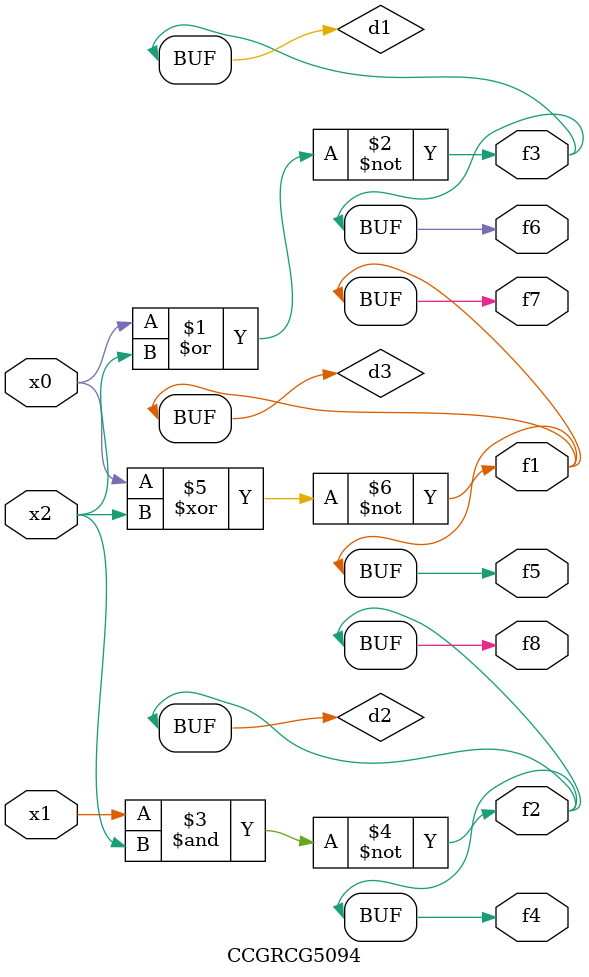
<source format=v>
module CCGRCG5094(
	input x0, x1, x2,
	output f1, f2, f3, f4, f5, f6, f7, f8
);

	wire d1, d2, d3;

	nor (d1, x0, x2);
	nand (d2, x1, x2);
	xnor (d3, x0, x2);
	assign f1 = d3;
	assign f2 = d2;
	assign f3 = d1;
	assign f4 = d2;
	assign f5 = d3;
	assign f6 = d1;
	assign f7 = d3;
	assign f8 = d2;
endmodule

</source>
